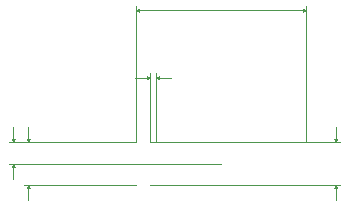
<source format=gbr>
%TF.GenerationSoftware,KiCad,Pcbnew,(6.0.5)*%
%TF.CreationDate,2023-04-14T11:36:58+02:00*%
%TF.ProjectId,keyboardbreakout2_framework,6b657962-6f61-4726-9462-7265616b6f75,rev?*%
%TF.SameCoordinates,Original*%
%TF.FileFunction,Other,Comment*%
%FSLAX46Y46*%
G04 Gerber Fmt 4.6, Leading zero omitted, Abs format (unit mm)*
G04 Created by KiCad (PCBNEW (6.0.5)) date 2023-04-14 11:36:58*
%MOMM*%
%LPD*%
G01*
G04 APERTURE LIST*
%ADD10C,0.100000*%
G04 APERTURE END LIST*
D10*
%TO.C,U1*%
X80999999Y-41000902D02*
X81253999Y-41127902D01*
X80500000Y-46500000D02*
X96596501Y-46500000D01*
X96088501Y-50354000D02*
X96342501Y-50354000D01*
X70053501Y-46204500D02*
X70307501Y-46204500D01*
X70053501Y-50395500D02*
X70307501Y-50395500D01*
X79324501Y-46458500D02*
X79324501Y-34904902D01*
X93421501Y-35158902D02*
X93421501Y-35412902D01*
X80500000Y-41000902D02*
X80246000Y-41127902D01*
X79324501Y-35285902D02*
X79578501Y-35158902D01*
X96215501Y-46500000D02*
X96088501Y-46246000D01*
X96215501Y-50100000D02*
X96215501Y-51370000D01*
X96215501Y-50100000D02*
X96342501Y-50354000D01*
X70180501Y-46458500D02*
X70180501Y-45188500D01*
X79324501Y-46458500D02*
X68529501Y-46458500D01*
X68783501Y-46204500D02*
X69037501Y-46204500D01*
X70180501Y-50141500D02*
X70053501Y-50395500D01*
X68910501Y-46458500D02*
X68910501Y-45188500D01*
X70180501Y-50141500D02*
X70307501Y-50395500D01*
X68783501Y-48554000D02*
X69037501Y-48554000D01*
X79324501Y-35285902D02*
X79578501Y-35412902D01*
X70180501Y-50141500D02*
X70180501Y-51411500D01*
X70180501Y-46458500D02*
X70307501Y-46204500D01*
X81253999Y-40873902D02*
X81253999Y-41127902D01*
X93675501Y-46458500D02*
X93675501Y-34904902D01*
X93675501Y-35285902D02*
X93421501Y-35412902D01*
X79578501Y-35158902D02*
X79578501Y-35412902D01*
X86500001Y-48300000D02*
X68529501Y-48300000D01*
X80246000Y-40873902D02*
X80246000Y-41127902D01*
X96215501Y-46500000D02*
X96342501Y-46246000D01*
X96215501Y-46500000D02*
X96215501Y-45230000D01*
X80500000Y-41000902D02*
X79230000Y-41000902D01*
X80500000Y-50100000D02*
X96596501Y-50100000D01*
X68910501Y-48300000D02*
X68783501Y-48554000D01*
X68910501Y-46458500D02*
X69037501Y-46204500D01*
X80500000Y-46500000D02*
X80500000Y-40619902D01*
X68910501Y-46458500D02*
X68783501Y-46204500D01*
X96088501Y-46246000D02*
X96342501Y-46246000D01*
X96215501Y-50100000D02*
X96088501Y-50354000D01*
X68910501Y-48300000D02*
X68910501Y-49570000D01*
X79324501Y-35285902D02*
X93675501Y-35285902D01*
X80500000Y-41000902D02*
X80246000Y-40873902D01*
X79324501Y-46458500D02*
X69799501Y-46458500D01*
X79324501Y-50141500D02*
X69799501Y-50141500D01*
X68910501Y-48300000D02*
X69037501Y-48554000D01*
X70180501Y-46458500D02*
X70053501Y-46204500D01*
X80999999Y-41000902D02*
X82269999Y-41000902D01*
X93675501Y-35285902D02*
X93421501Y-35158902D01*
X80999999Y-41000902D02*
X81253999Y-40873902D01*
X80999999Y-46500000D02*
X80999999Y-40619902D01*
%TD*%
M02*

</source>
